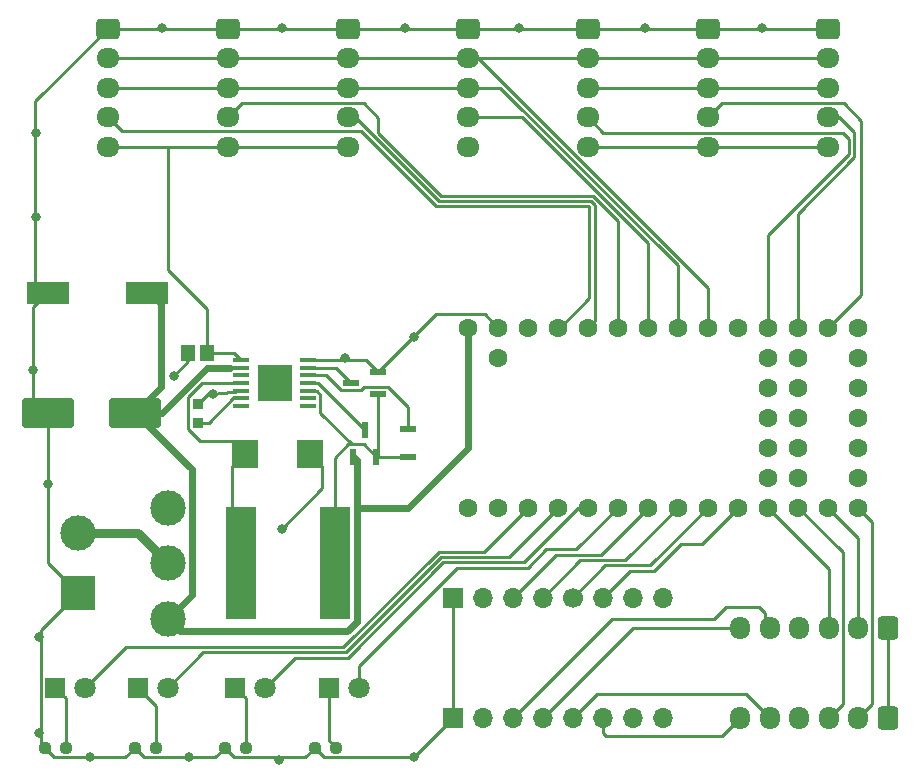
<source format=gbr>
%TF.GenerationSoftware,KiCad,Pcbnew,7.0.8*%
%TF.CreationDate,2024-03-05T19:06:49-05:00*%
%TF.ProjectId,UpdatedPCB2024,55706461-7465-4645-9043-42323032342e,rev?*%
%TF.SameCoordinates,Original*%
%TF.FileFunction,Copper,L1,Top*%
%TF.FilePolarity,Positive*%
%FSLAX46Y46*%
G04 Gerber Fmt 4.6, Leading zero omitted, Abs format (unit mm)*
G04 Created by KiCad (PCBNEW 7.0.8) date 2024-03-05 19:06:49*
%MOMM*%
%LPD*%
G01*
G04 APERTURE LIST*
G04 Aperture macros list*
%AMRoundRect*
0 Rectangle with rounded corners*
0 $1 Rounding radius*
0 $2 $3 $4 $5 $6 $7 $8 $9 X,Y pos of 4 corners*
0 Add a 4 corners polygon primitive as box body*
4,1,4,$2,$3,$4,$5,$6,$7,$8,$9,$2,$3,0*
0 Add four circle primitives for the rounded corners*
1,1,$1+$1,$2,$3*
1,1,$1+$1,$4,$5*
1,1,$1+$1,$6,$7*
1,1,$1+$1,$8,$9*
0 Add four rect primitives between the rounded corners*
20,1,$1+$1,$2,$3,$4,$5,0*
20,1,$1+$1,$4,$5,$6,$7,0*
20,1,$1+$1,$6,$7,$8,$9,0*
20,1,$1+$1,$8,$9,$2,$3,0*%
G04 Aperture macros list end*
%TA.AperFunction,ComponentPad*%
%ADD10O,1.700000X1.950000*%
%TD*%
%TA.AperFunction,ComponentPad*%
%ADD11RoundRect,0.250000X0.600000X0.725000X-0.600000X0.725000X-0.600000X-0.725000X0.600000X-0.725000X0*%
%TD*%
%TA.AperFunction,ComponentPad*%
%ADD12RoundRect,0.250000X-0.725000X0.600000X-0.725000X-0.600000X0.725000X-0.600000X0.725000X0.600000X0*%
%TD*%
%TA.AperFunction,ComponentPad*%
%ADD13O,1.950000X1.700000*%
%TD*%
%TA.AperFunction,ComponentPad*%
%ADD14R,1.800000X1.800000*%
%TD*%
%TA.AperFunction,ComponentPad*%
%ADD15C,1.800000*%
%TD*%
%TA.AperFunction,SMDPad,CuDef*%
%ADD16R,1.422400X0.558800*%
%TD*%
%TA.AperFunction,SMDPad,CuDef*%
%ADD17R,0.965200X0.863600*%
%TD*%
%TA.AperFunction,SMDPad,CuDef*%
%ADD18R,2.540000X9.530000*%
%TD*%
%TA.AperFunction,SMDPad,CuDef*%
%ADD19R,3.657600X1.905000*%
%TD*%
%TA.AperFunction,SMDPad,CuDef*%
%ADD20RoundRect,0.237500X-0.250000X-0.237500X0.250000X-0.237500X0.250000X0.237500X-0.250000X0.237500X0*%
%TD*%
%TA.AperFunction,ComponentPad*%
%ADD21C,3.000000*%
%TD*%
%TA.AperFunction,SMDPad,CuDef*%
%ADD22RoundRect,0.250000X1.950000X1.000000X-1.950000X1.000000X-1.950000X-1.000000X1.950000X-1.000000X0*%
%TD*%
%TA.AperFunction,SMDPad,CuDef*%
%ADD23R,1.305598X1.449997*%
%TD*%
%TA.AperFunction,SMDPad,CuDef*%
%ADD24R,0.558800X1.422400*%
%TD*%
%TA.AperFunction,ComponentPad*%
%ADD25R,3.000000X3.000000*%
%TD*%
%TA.AperFunction,ComponentPad*%
%ADD26C,1.600000*%
%TD*%
%TA.AperFunction,SMDPad,CuDef*%
%ADD27R,1.447800X0.558800*%
%TD*%
%TA.AperFunction,SMDPad,CuDef*%
%ADD28R,2.260600X2.489200*%
%TD*%
%TA.AperFunction,ComponentPad*%
%ADD29R,1.700000X1.700000*%
%TD*%
%TA.AperFunction,ComponentPad*%
%ADD30O,1.700000X1.700000*%
%TD*%
%TA.AperFunction,ComponentPad*%
%ADD31C,1.700000*%
%TD*%
%TA.AperFunction,SMDPad,CuDef*%
%ADD32R,1.422400X0.355600*%
%TD*%
%TA.AperFunction,SMDPad,CuDef*%
%ADD33R,2.997200X3.098800*%
%TD*%
%TA.AperFunction,ViaPad*%
%ADD34C,0.500000*%
%TD*%
%TA.AperFunction,ViaPad*%
%ADD35C,0.800000*%
%TD*%
%TA.AperFunction,Conductor*%
%ADD36C,0.600000*%
%TD*%
%TA.AperFunction,Conductor*%
%ADD37C,0.250000*%
%TD*%
%TA.AperFunction,Conductor*%
%ADD38C,0.750000*%
%TD*%
G04 APERTURE END LIST*
D10*
%TO.P,J8,6,Pin_6*%
%TO.N,/AOUT1*%
X147520000Y-132080000D03*
%TO.P,J8,5,Pin_5*%
%TO.N,/AOUT2*%
X150020000Y-132080000D03*
%TO.P,J8,4,Pin_4*%
%TO.N,+3V3*%
X152520000Y-132080000D03*
%TO.P,J8,3,Pin_3*%
%TO.N,/AEQ1*%
X155020000Y-132080000D03*
%TO.P,J8,2,Pin_2*%
%TO.N,/AEQ2*%
X157520000Y-132080000D03*
D11*
%TO.P,J8,1,Pin_1*%
%TO.N,GND*%
X160020000Y-132080000D03*
%TD*%
D12*
%TO.P,J2,1,Pin_1*%
%TO.N,GND*%
X93980000Y-73740000D03*
D13*
%TO.P,J2,2,Pin_2*%
%TO.N,/SDA0*%
X93980000Y-76240000D03*
%TO.P,J2,3,Pin_3*%
%TO.N,/SCL0*%
X93980000Y-78740000D03*
%TO.P,J2,4,Pin_4*%
%TO.N,/LCS2*%
X93980000Y-81240000D03*
%TO.P,J2,5,Pin_5*%
%TO.N,+3V3*%
X93980000Y-83740000D03*
%TD*%
D14*
%TO.P,D3,1,K*%
%TO.N,Net-(D3-K)*%
X104771000Y-129540000D03*
D15*
%TO.P,D3,2,A*%
%TO.N,/LED2*%
X107311000Y-129540000D03*
%TD*%
D16*
%TO.P,Q2,1,D*%
%TO.N,Net-(Q1-S)*%
X116858000Y-104710001D03*
%TO.P,Q2,2,S*%
%TO.N,GND*%
X116858000Y-102809999D03*
%TO.P,Q2,3,G*%
%TO.N,Net-(Q2-G)*%
X114572000Y-103760000D03*
%TD*%
D17*
%TO.P,C2,1*%
%TO.N,Net-(U3-SS)*%
X101600000Y-107100100D03*
%TO.P,C2,2*%
%TO.N,GND*%
X101600000Y-105499900D03*
%TD*%
D18*
%TO.P,L1,1,1*%
%TO.N,Net-(U3-FB)*%
X105265000Y-119000000D03*
%TO.P,L1,2,2*%
%TO.N,Net-(Q1-S)*%
X113175000Y-119000000D03*
%TD*%
D19*
%TO.P,C1,1*%
%TO.N,+BATT*%
X97256600Y-96140000D03*
%TO.P,C1,2*%
%TO.N,GND*%
X88900000Y-96140000D03*
%TD*%
D12*
%TO.P,J1,1,Pin_1*%
%TO.N,GND*%
X124460000Y-73740000D03*
D13*
%TO.P,J1,2,Pin_2*%
%TO.N,/SDA0*%
X124460000Y-76240000D03*
%TO.P,J1,3,Pin_3*%
%TO.N,/SCL0*%
X124460000Y-78740000D03*
%TO.P,J1,4,Pin_4*%
%TO.N,/LCS1*%
X124460000Y-81240000D03*
%TO.P,J1,5,Pin_5*%
%TO.N,+3V3*%
X124460000Y-83740000D03*
%TD*%
D20*
%TO.P,R2,1*%
%TO.N,GND*%
X96238500Y-134620000D03*
%TO.P,R2,2*%
%TO.N,Net-(D2-K)*%
X98063500Y-134620000D03*
%TD*%
D14*
%TO.P,D1,1,K*%
%TO.N,Net-(D1-K)*%
X89531000Y-129540000D03*
D15*
%TO.P,D1,2,A*%
%TO.N,/LED0*%
X92071000Y-129540000D03*
%TD*%
D21*
%TO.P,SW1,1,A*%
%TO.N,unconnected-(SW1-A-Pad1)*%
X99060000Y-114300000D03*
%TO.P,SW1,2,B*%
%TO.N,Net-(J10-Pin_2)*%
X99060000Y-119000000D03*
%TO.P,SW1,3,C*%
%TO.N,+BATT*%
X99060000Y-123700000D03*
%TD*%
D22*
%TO.P,C5,1*%
%TO.N,+BATT*%
X96300000Y-106300000D03*
%TO.P,C5,2*%
%TO.N,GND*%
X88900000Y-106300000D03*
%TD*%
D23*
%TO.P,C4,1*%
%TO.N,+3V3*%
X102402799Y-101220000D03*
%TO.P,C4,2*%
%TO.N,GND*%
X100797201Y-101220000D03*
%TD*%
D20*
%TO.P,R1,1*%
%TO.N,GND*%
X88618500Y-134620000D03*
%TO.P,R1,2*%
%TO.N,Net-(D1-K)*%
X90443500Y-134620000D03*
%TD*%
D24*
%TO.P,Q1,1,D*%
%TO.N,+BATT*%
X114764999Y-109983000D03*
%TO.P,Q1,2,S*%
%TO.N,Net-(Q1-S)*%
X116665001Y-109983000D03*
%TO.P,Q1,3,G*%
%TO.N,Net-(Q1-G)*%
X115715000Y-107697000D03*
%TD*%
D25*
%TO.P,J10,1,Pin_1*%
%TO.N,GND*%
X91440000Y-121540000D03*
D21*
%TO.P,J10,2,Pin_2*%
%TO.N,Net-(J10-Pin_2)*%
X91440000Y-116460000D03*
%TD*%
D26*
%TO.P,U1,Vin,Vin*%
%TO.N,+BATT*%
X124460000Y-99060000D03*
%TO.P,U1,VBat,VBat*%
%TO.N,unconnected-(U1-PadVBat)*%
X157480000Y-111760000D03*
%TO.P,U1,Prg,Prg*%
%TO.N,unconnected-(U1-PadPrg)*%
X157480000Y-104140000D03*
%TO.P,U1,On/Off,On/Off*%
%TO.N,unconnected-(U1-PadOn{slash}Off)*%
X157480000Y-101600000D03*
%TO.P,U1,G3,GND*%
%TO.N,GND*%
X127000000Y-99060000D03*
%TO.P,U1,G2,GND*%
%TO.N,unconnected-(U1-GND-PadG2)*%
X157480000Y-106680000D03*
%TO.P,U1,G1,GND*%
%TO.N,GND*%
X124460000Y-114300000D03*
%TO.P,U1,34*%
%TO.N,N/C*%
X127000000Y-101600000D03*
%TO.P,U1,33*%
X149860000Y-101600000D03*
%TO.P,U1,32*%
X152400000Y-101600000D03*
%TO.P,U1,31*%
X149860000Y-104140000D03*
%TO.P,U1,30*%
X152400000Y-104140000D03*
%TO.P,U1,29*%
X149860000Y-106680000D03*
%TO.P,U1,28*%
X152400000Y-106680000D03*
%TO.P,U1,27*%
X149860000Y-109220000D03*
%TO.P,U1,26*%
X152400000Y-109220000D03*
%TO.P,U1,25*%
X149860000Y-111760000D03*
%TO.P,U1,24*%
X152400000Y-111760000D03*
%TO.P,U1,23,IO23*%
%TO.N,/LCS2*%
X132080000Y-99060000D03*
%TO.P,U1,22,IO22*%
%TO.N,/LCS4*%
X134620000Y-99060000D03*
%TO.P,U1,21,IO21*%
%TO.N,/LCS3*%
X137160000Y-99060000D03*
%TO.P,U1,20,IO20*%
%TO.N,/LCS1*%
X139700000Y-99060000D03*
%TO.P,U1,19,IO19*%
%TO.N,/SCL0*%
X142240000Y-99060000D03*
%TO.P,U1,18,IO18*%
%TO.N,/SDA0*%
X144780000Y-99060000D03*
%TO.P,U1,17,IO17*%
%TO.N,unconnected-(U1-IO17-Pad17)*%
X147320000Y-99060000D03*
%TO.P,U1,16,IO16*%
%TO.N,/LCS5*%
X149860000Y-99060000D03*
%TO.P,U1,15,IO15*%
%TO.N,/LCS7*%
X152400000Y-99060000D03*
%TO.P,U1,14,IO14*%
%TO.N,/LCS6*%
X154940000Y-99060000D03*
%TO.P,U1,13,IO13*%
%TO.N,unconnected-(U1-IO13-Pad13)*%
X157480000Y-99060000D03*
%TO.P,U1,12,IO12*%
%TO.N,/AEQ2*%
X157480000Y-114300000D03*
%TO.P,U1,11,IO11*%
%TO.N,/BEQ2*%
X154940000Y-114300000D03*
%TO.P,U1,10,IO10*%
%TO.N,/AEQ1*%
X152400000Y-114300000D03*
%TO.P,U1,9,IO9*%
%TO.N,/BEQ1*%
X149860000Y-114300000D03*
%TO.P,U1,8,IO8*%
%TO.N,/AIN1*%
X147320000Y-114300000D03*
%TO.P,U1,7,IO7*%
%TO.N,/AIN2*%
X144780000Y-114300000D03*
%TO.P,U1,6,IO6*%
%TO.N,/BIN2*%
X142240000Y-114300000D03*
%TO.P,U1,5,IO5*%
%TO.N,/BIN1*%
X139700000Y-114300000D03*
%TO.P,U1,4,IO4*%
%TO.N,/LED3*%
X137160000Y-114300000D03*
%TO.P,U1,3V*%
%TO.N,N/C*%
X129540000Y-99060000D03*
%TO.P,U1,3.3V,3.3V*%
%TO.N,unconnected-(U1-Pad3.3V)*%
X157480000Y-109220000D03*
%TO.P,U1,3,IO3*%
%TO.N,/LED2*%
X134620000Y-114300000D03*
%TO.P,U1,2,IO2*%
%TO.N,/LED1*%
X132080000Y-114300000D03*
%TO.P,U1,1,IO1*%
%TO.N,/LED0*%
X129540000Y-114300000D03*
%TO.P,U1,0,IO0*%
%TO.N,unconnected-(U1-IO0-Pad0)*%
X127000000Y-114300000D03*
%TD*%
D12*
%TO.P,J7,1,Pin_1*%
%TO.N,GND*%
X154940000Y-73740000D03*
D13*
%TO.P,J7,2,Pin_2*%
%TO.N,/SDA0*%
X154940000Y-76240000D03*
%TO.P,J7,3,Pin_3*%
%TO.N,/SCL0*%
X154940000Y-78740000D03*
%TO.P,J7,4,Pin_4*%
%TO.N,/LCS7*%
X154940000Y-81240000D03*
%TO.P,J7,5,Pin_5*%
%TO.N,+3V3*%
X154940000Y-83740000D03*
%TD*%
D27*
%TO.P,C3,1*%
%TO.N,Net-(U3-BST)*%
X119380000Y-107658900D03*
%TO.P,C3,2*%
%TO.N,Net-(Q1-S)*%
X119380000Y-110021100D03*
%TD*%
D12*
%TO.P,J6,1,Pin_1*%
%TO.N,GND*%
X144780000Y-73740000D03*
D13*
%TO.P,J6,2,Pin_2*%
%TO.N,/SDA0*%
X144780000Y-76240000D03*
%TO.P,J6,3,Pin_3*%
%TO.N,/SCL0*%
X144780000Y-78740000D03*
%TO.P,J6,4,Pin_4*%
%TO.N,/LCS6*%
X144780000Y-81240000D03*
%TO.P,J6,5,Pin_5*%
%TO.N,+3V3*%
X144780000Y-83740000D03*
%TD*%
D12*
%TO.P,J3,1,Pin_1*%
%TO.N,GND*%
X104140000Y-73740000D03*
D13*
%TO.P,J3,2,Pin_2*%
%TO.N,/SDA0*%
X104140000Y-76240000D03*
%TO.P,J3,3,Pin_3*%
%TO.N,/SCL0*%
X104140000Y-78740000D03*
%TO.P,J3,4,Pin_4*%
%TO.N,/LCS3*%
X104140000Y-81240000D03*
%TO.P,J3,5,Pin_5*%
%TO.N,+3V3*%
X104140000Y-83740000D03*
%TD*%
D10*
%TO.P,J9,6,Pin_6*%
%TO.N,/BOUT2*%
X147520000Y-124460000D03*
%TO.P,J9,5,Pin_5*%
%TO.N,/BOUT1*%
X150020000Y-124460000D03*
%TO.P,J9,4,Pin_4*%
%TO.N,+3V3*%
X152520000Y-124460000D03*
%TO.P,J9,3,Pin_3*%
%TO.N,/BEQ1*%
X155020000Y-124460000D03*
%TO.P,J9,2,Pin_2*%
%TO.N,/BEQ2*%
X157520000Y-124460000D03*
D11*
%TO.P,J9,1,Pin_1*%
%TO.N,GND*%
X160020000Y-124460000D03*
%TD*%
D28*
%TO.P,C6,1*%
%TO.N,Net-(U3-FB)*%
X105555000Y-109728000D03*
%TO.P,C6,2*%
%TO.N,GND*%
X111092200Y-109728000D03*
%TD*%
D14*
%TO.P,D2,1,K*%
%TO.N,Net-(D2-K)*%
X96520000Y-129540000D03*
D15*
%TO.P,D2,2,A*%
%TO.N,/LED1*%
X99060000Y-129540000D03*
%TD*%
D20*
%TO.P,R4,1*%
%TO.N,GND*%
X111478500Y-134620000D03*
%TO.P,R4,2*%
%TO.N,Net-(D4-K)*%
X113303500Y-134620000D03*
%TD*%
D29*
%TO.P,U2,16,GND1*%
%TO.N,GND*%
X123190000Y-121920000D03*
D30*
%TO.P,U2,15,VMM*%
%TO.N,unconnected-(U2-VMM-Pad15)*%
X125730000Y-121920000D03*
%TO.P,U2,14,BIN1*%
%TO.N,/BIN1*%
X128270000Y-121920000D03*
%TO.P,U2,13,BIN2*%
%TO.N,/BIN2*%
X130810000Y-121920000D03*
D31*
%TO.P,U2,12,AIN2*%
%TO.N,/AIN2*%
X133350000Y-121920000D03*
D30*
%TO.P,U2,11,AIN1*%
%TO.N,/AIN1*%
X135890000Y-121920000D03*
%TO.P,U2,10,~{SLP}*%
%TO.N,unconnected-(U2-~{SLP}-Pad10)*%
X138430000Y-121920000D03*
%TO.P,U2,9,~{FLT}*%
%TO.N,unconnected-(U2-~{FLT}-Pad9)*%
X140970000Y-121920000D03*
%TO.P,U2,8,BISEN*%
%TO.N,unconnected-(U2-BISEN-Pad8)*%
X140970000Y-132080000D03*
%TO.P,U2,7,AISEN*%
%TO.N,unconnected-(U2-AISEN-Pad7)*%
X138430000Y-132080000D03*
%TO.P,U2,6,AOUT1*%
%TO.N,/AOUT1*%
X135890000Y-132080000D03*
%TO.P,U2,5,AOUT2*%
%TO.N,/AOUT2*%
X133350000Y-132080000D03*
%TO.P,U2,4,BOUT2*%
%TO.N,/BOUT2*%
X130810000Y-132080000D03*
%TO.P,U2,3,BOUT1*%
%TO.N,/BOUT1*%
X128270000Y-132080000D03*
%TO.P,U2,2,VIN*%
%TO.N,+BATT*%
X125730000Y-132080000D03*
D29*
%TO.P,U2,1,GND0*%
%TO.N,GND*%
X123190000Y-132080000D03*
%TD*%
D20*
%TO.P,R3,1*%
%TO.N,GND*%
X103858500Y-134620000D03*
%TO.P,R3,2*%
%TO.N,Net-(D3-K)*%
X105683500Y-134620000D03*
%TD*%
D14*
%TO.P,D4,1,K*%
%TO.N,Net-(D4-K)*%
X112663000Y-129540000D03*
D15*
%TO.P,D4,2,A*%
%TO.N,/LED3*%
X115203000Y-129540000D03*
%TD*%
D12*
%TO.P,J4,1,Pin_1*%
%TO.N,GND*%
X114300000Y-73740000D03*
D13*
%TO.P,J4,2,Pin_2*%
%TO.N,/SDA0*%
X114300000Y-76240000D03*
%TO.P,J4,3,Pin_3*%
%TO.N,/SCL0*%
X114300000Y-78740000D03*
%TO.P,J4,4,Pin_4*%
%TO.N,/LCS4*%
X114300000Y-81240000D03*
%TO.P,J4,5,Pin_5*%
%TO.N,+3V3*%
X114300000Y-83740000D03*
%TD*%
D12*
%TO.P,J5,1,Pin_1*%
%TO.N,GND*%
X134620000Y-73740000D03*
D13*
%TO.P,J5,2,Pin_2*%
%TO.N,/SDA0*%
X134620000Y-76240000D03*
%TO.P,J5,3,Pin_3*%
%TO.N,/SCL0*%
X134620000Y-78740000D03*
%TO.P,J5,4,Pin_4*%
%TO.N,/LCS5*%
X134620000Y-81240000D03*
%TO.P,J5,5,Pin_5*%
%TO.N,+3V3*%
X134620000Y-83740000D03*
%TD*%
D32*
%TO.P,U3,1,VCC*%
%TO.N,+3V3*%
X105250200Y-101809999D03*
%TO.P,U3,2,VIN*%
%TO.N,+BATT*%
X105250200Y-102460000D03*
%TO.P,U3,3,EN*%
%TO.N,unconnected-(U3-EN-Pad3)*%
X105250200Y-103110001D03*
%TO.P,U3,4,FB*%
%TO.N,Net-(U3-FB)*%
X105250200Y-103760000D03*
%TO.P,U3,5,SGND*%
%TO.N,GND*%
X105250200Y-104409999D03*
%TO.P,U3,6,SS*%
%TO.N,Net-(U3-SS)*%
X105250200Y-105060000D03*
%TO.P,U3,7*%
%TO.N,N/C*%
X105250200Y-105709999D03*
%TO.P,U3,8*%
X110939800Y-105710001D03*
%TO.P,U3,9*%
X110939800Y-105060000D03*
%TO.P,U3,10,SW*%
%TO.N,Net-(Q1-S)*%
X110939800Y-104410001D03*
%TO.P,U3,11,HG*%
%TO.N,Net-(Q1-G)*%
X110939800Y-103760000D03*
%TO.P,U3,12,BST*%
%TO.N,Net-(U3-BST)*%
X110939800Y-103110001D03*
%TO.P,U3,13,LG*%
%TO.N,Net-(Q2-G)*%
X110939800Y-102460000D03*
%TO.P,U3,14,PGND*%
%TO.N,GND*%
X110939800Y-101810001D03*
D33*
%TO.P,U3,15*%
%TO.N,N/C*%
X108095000Y-103760000D03*
%TD*%
D34*
%TO.N,+BATT*%
X119380000Y-114300000D03*
D35*
%TO.N,GND*%
X108712000Y-116078000D03*
X88900000Y-112268000D03*
X88138000Y-125222000D03*
X88138000Y-133350000D03*
X92456000Y-135382000D03*
X100838000Y-135382000D03*
X108458000Y-135636000D03*
X119888000Y-135382000D03*
X87630000Y-102616000D03*
X87884000Y-89662000D03*
X87884000Y-82550000D03*
X102870000Y-104648000D03*
X99568000Y-103124000D03*
X114046000Y-101600000D03*
X149352000Y-73660000D03*
X139446000Y-73660000D03*
X128778000Y-73660000D03*
X119126000Y-73660000D03*
X98552000Y-73660000D03*
X108712000Y-73660000D03*
X119888000Y-99822000D03*
%TD*%
D36*
%TO.N,+BATT*%
X97604664Y-96140000D02*
X97256600Y-96140000D01*
X98483700Y-104116300D02*
X98483700Y-97019036D01*
X98483700Y-97019036D02*
X97604664Y-96140000D01*
X96300000Y-106300000D02*
X98483700Y-104116300D01*
X102381997Y-102460000D02*
X104304093Y-102460000D01*
X98541997Y-106300000D02*
X102381997Y-102460000D01*
X96300000Y-106300000D02*
X98541997Y-106300000D01*
X101060000Y-111060000D02*
X96300000Y-106300000D01*
X101060000Y-121700000D02*
X101060000Y-111060000D01*
X99060000Y-123700000D02*
X101060000Y-121700000D01*
X115044399Y-114300000D02*
X115044399Y-110262400D01*
X115044399Y-110262400D02*
X114764999Y-109983000D01*
X124460000Y-109220000D02*
X124460000Y-99060000D01*
X119380000Y-114300000D02*
X124460000Y-109220000D01*
X119380000Y-114300000D02*
X115044399Y-114300000D01*
X115044399Y-123969601D02*
X115044399Y-114300000D01*
X114256059Y-124757941D02*
X115044399Y-123969601D01*
X100117941Y-124757941D02*
X114256059Y-124757941D01*
X99060000Y-123700000D02*
X100117941Y-124757941D01*
D37*
%TO.N,GND*%
X112144300Y-110780100D02*
X112144300Y-112645700D01*
X112144300Y-112645700D02*
X108712000Y-116078000D01*
X111092200Y-109728000D02*
X112144300Y-110780100D01*
%TO.N,Net-(U3-FB)*%
X104502900Y-110780100D02*
X104502900Y-118237900D01*
X105555000Y-109728000D02*
X104502900Y-110780100D01*
X104502900Y-118237900D02*
X105265000Y-119000000D01*
X101965880Y-103760000D02*
X105250200Y-103760000D01*
X100792400Y-104933480D02*
X101965880Y-103760000D01*
X101801780Y-108675900D02*
X100792400Y-107666520D01*
X104502900Y-108675900D02*
X101801780Y-108675900D01*
X105555000Y-109728000D02*
X104502900Y-108675900D01*
X100792400Y-107666520D02*
X100792400Y-104933480D01*
%TO.N,/LCS6*%
X157734000Y-96266000D02*
X154940000Y-99060000D01*
X157734000Y-81534000D02*
X157734000Y-96266000D01*
X156265000Y-80065000D02*
X157734000Y-81534000D01*
X145955000Y-80065000D02*
X156265000Y-80065000D01*
X144780000Y-81240000D02*
X145955000Y-80065000D01*
%TO.N,/LCS7*%
X152400000Y-89408000D02*
X152400000Y-99060000D01*
X157168000Y-84640000D02*
X152400000Y-89408000D01*
X157168000Y-82496742D02*
X157168000Y-84640000D01*
X155911258Y-81240000D02*
X157168000Y-82496742D01*
X154940000Y-81240000D02*
X155911258Y-81240000D01*
%TO.N,/LCS5*%
X149860000Y-91186000D02*
X149860000Y-99060000D01*
X156718000Y-84328000D02*
X149860000Y-91186000D01*
X156718000Y-83058000D02*
X156718000Y-84328000D01*
X156210000Y-82550000D02*
X156718000Y-83058000D01*
X135930000Y-82550000D02*
X156210000Y-82550000D01*
X134620000Y-81240000D02*
X135930000Y-82550000D01*
%TO.N,/BOUT1*%
X149098000Y-122682000D02*
X146304000Y-122682000D01*
X145288000Y-123698000D02*
X136652000Y-123698000D01*
X149606000Y-124046000D02*
X149606000Y-123190000D01*
X150020000Y-124460000D02*
X149606000Y-124046000D01*
X149606000Y-123190000D02*
X149098000Y-122682000D01*
X146304000Y-122682000D02*
X145288000Y-123698000D01*
X136652000Y-123698000D02*
X128270000Y-132080000D01*
%TO.N,/AOUT2*%
X147988000Y-130048000D02*
X150020000Y-132080000D01*
X135382000Y-130048000D02*
X147988000Y-130048000D01*
X133350000Y-132080000D02*
X135382000Y-130048000D01*
%TO.N,GND*%
X88900000Y-112268000D02*
X88900000Y-119000000D01*
X88306000Y-125054000D02*
X88306000Y-124674000D01*
X88138000Y-125222000D02*
X88306000Y-125054000D01*
X88306000Y-125390000D02*
X88138000Y-125222000D01*
X88306000Y-133182000D02*
X88306000Y-125390000D01*
X88138000Y-133350000D02*
X88306000Y-133182000D01*
X88306000Y-133518000D02*
X88138000Y-133350000D01*
X92494000Y-135420000D02*
X95438500Y-135420000D01*
X92456000Y-135382000D02*
X92494000Y-135420000D01*
X92418000Y-135420000D02*
X92456000Y-135382000D01*
X100876000Y-135420000D02*
X103058500Y-135420000D01*
X100838000Y-135382000D02*
X100876000Y-135420000D01*
X100800000Y-135420000D02*
X100838000Y-135382000D01*
X108674000Y-135420000D02*
X110678500Y-135420000D01*
X108458000Y-135636000D02*
X108674000Y-135420000D01*
X108242000Y-135420000D02*
X108458000Y-135636000D01*
X119888000Y-135382000D02*
X119850000Y-135420000D01*
%TO.N,/AOUT1*%
X145996000Y-133604000D02*
X147520000Y-132080000D01*
X135890000Y-133350000D02*
X136144000Y-133604000D01*
X135890000Y-132080000D02*
X135890000Y-133350000D01*
X136144000Y-133604000D02*
X145996000Y-133604000D01*
%TO.N,/AIN1*%
X138166396Y-119643604D02*
X135890000Y-121920000D01*
X140198396Y-119643604D02*
X138166396Y-119643604D01*
X144272000Y-117348000D02*
X142494000Y-117348000D01*
X142494000Y-117348000D02*
X140198396Y-119643604D01*
X147320000Y-114300000D02*
X144272000Y-117348000D01*
%TO.N,/AIN2*%
X136076396Y-119193604D02*
X133350000Y-121920000D01*
X139886396Y-119193604D02*
X136076396Y-119193604D01*
X144780000Y-114300000D02*
X139886396Y-119193604D01*
%TO.N,/BIN2*%
X133986396Y-118743604D02*
X130810000Y-121920000D01*
X137796396Y-118743604D02*
X133986396Y-118743604D01*
X142240000Y-114300000D02*
X137796396Y-118743604D01*
%TO.N,GND*%
X87650000Y-102596000D02*
X87650000Y-97289422D01*
X87630000Y-102616000D02*
X87650000Y-102596000D01*
X87650000Y-102636000D02*
X87630000Y-102616000D01*
X87847900Y-89698100D02*
X87847900Y-95188478D01*
X87884000Y-89662000D02*
X87847900Y-89698100D01*
X87847900Y-89625900D02*
X87884000Y-89662000D01*
X87847900Y-82586100D02*
X87847900Y-89625900D01*
X87884000Y-82550000D02*
X87847900Y-82586100D01*
X87847900Y-82513900D02*
X87884000Y-82550000D01*
X102870000Y-104648000D02*
X102689901Y-104409999D01*
X100797201Y-101894799D02*
X99568000Y-103124000D01*
X100797201Y-101220000D02*
X100797201Y-101894799D01*
X113835999Y-101810001D02*
X110939800Y-101810001D01*
X114046000Y-101600000D02*
X113835999Y-101810001D01*
X114256001Y-101810001D02*
X114046000Y-101600000D01*
X149432000Y-73740000D02*
X154940000Y-73740000D01*
X149352000Y-73660000D02*
X149432000Y-73740000D01*
X149272000Y-73740000D02*
X149352000Y-73660000D01*
X139526000Y-73740000D02*
X144700000Y-73740000D01*
X139446000Y-73660000D02*
X139526000Y-73740000D01*
X139366000Y-73740000D02*
X139446000Y-73660000D01*
X128858000Y-73740000D02*
X134620000Y-73740000D01*
X128778000Y-73660000D02*
X128858000Y-73740000D01*
X128698000Y-73740000D02*
X128778000Y-73660000D01*
X119206000Y-73740000D02*
X124460000Y-73740000D01*
X119126000Y-73660000D02*
X119206000Y-73740000D01*
X119046000Y-73740000D02*
X119126000Y-73660000D01*
X98632000Y-73740000D02*
X104140000Y-73740000D01*
X98552000Y-73660000D02*
X98632000Y-73740000D01*
X98472000Y-73740000D02*
X98552000Y-73660000D01*
X108792000Y-73740000D02*
X114300000Y-73740000D01*
X108712000Y-73660000D02*
X108792000Y-73740000D01*
X108632000Y-73740000D02*
X108712000Y-73660000D01*
X119888000Y-99779999D02*
X121732999Y-97935000D01*
X119888000Y-99822000D02*
X119888000Y-99779999D01*
X119845999Y-99822000D02*
X119888000Y-99822000D01*
%TO.N,+3V3*%
X102402799Y-97499576D02*
X99060000Y-94156777D01*
X102402799Y-101220000D02*
X102402799Y-97499576D01*
X99060000Y-94156777D02*
X99060000Y-83740000D01*
%TO.N,GND*%
X123190000Y-121920000D02*
X123190000Y-132080000D01*
X87847900Y-95188478D02*
X88799422Y-96140000D01*
X88799422Y-96140000D02*
X88900000Y-96140000D01*
X93980000Y-73740000D02*
X87847900Y-79872100D01*
X87847900Y-79872100D02*
X87847900Y-82513900D01*
X125875000Y-97935000D02*
X127000000Y-99060000D01*
X121732999Y-97935000D02*
X125875000Y-97935000D01*
X116858000Y-102809999D02*
X119845999Y-99822000D01*
%TO.N,Net-(Q1-S)*%
X114350979Y-108946800D02*
X115628801Y-108946800D01*
X113175000Y-110122779D02*
X114350979Y-108946800D01*
X113175000Y-119000000D02*
X113175000Y-110122779D01*
%TO.N,GND*%
X115858002Y-101810001D02*
X114256001Y-101810001D01*
X116858000Y-102809999D02*
X115858002Y-101810001D01*
%TO.N,Net-(U3-BST)*%
X112471781Y-103110001D02*
X110939800Y-103110001D01*
X115417820Y-104364400D02*
X113726180Y-104364400D01*
X115676619Y-104105601D02*
X115417820Y-104364400D01*
X113726180Y-104364400D02*
X112471781Y-103110001D01*
X119380000Y-105781781D02*
X117703820Y-104105601D01*
X117703820Y-104105601D02*
X115676619Y-104105601D01*
X119380000Y-107658900D02*
X119380000Y-105781781D01*
%TO.N,Net-(Q2-G)*%
X113272000Y-102460000D02*
X110939800Y-102460000D01*
X114572000Y-103760000D02*
X113272000Y-102460000D01*
%TO.N,Net-(Q1-S)*%
X116858000Y-109790001D02*
X116665001Y-109983000D01*
X116858000Y-104710001D02*
X116858000Y-109790001D01*
X116665001Y-109983000D02*
X119341900Y-109983000D01*
X119341900Y-109983000D02*
X119380000Y-110021100D01*
X114620900Y-108946800D02*
X115628801Y-108946800D01*
X111976000Y-104735001D02*
X111976000Y-106301900D01*
X115628801Y-108946800D02*
X116665001Y-109983000D01*
X111651000Y-104410001D02*
X111976000Y-104735001D01*
X110939800Y-104410001D02*
X111651000Y-104410001D01*
X111976000Y-106301900D02*
X114620900Y-108946800D01*
%TO.N,Net-(Q1-G)*%
X111778000Y-103760000D02*
X110939800Y-103760000D01*
X115715000Y-107697000D02*
X111778000Y-103760000D01*
%TO.N,GND*%
X102689901Y-104409999D02*
X101600000Y-105499900D01*
X105250200Y-104409999D02*
X102870000Y-104648000D01*
%TO.N,Net-(U3-SS)*%
X104539000Y-105060000D02*
X105250200Y-105060000D01*
X102498900Y-107100100D02*
X104539000Y-105060000D01*
X101600000Y-107100100D02*
X102498900Y-107100100D01*
%TO.N,GND*%
X88900000Y-106300000D02*
X88900000Y-112268000D01*
X88900000Y-119000000D02*
X91440000Y-121540000D01*
X87650000Y-97289422D02*
X88799422Y-96140000D01*
X87650000Y-105050000D02*
X87650000Y-102636000D01*
X88900000Y-106300000D02*
X87650000Y-105050000D01*
D38*
%TO.N,Net-(J10-Pin_2)*%
X96520000Y-116460000D02*
X99060000Y-119000000D01*
X91440000Y-116460000D02*
X96520000Y-116460000D01*
D37*
%TO.N,GND*%
X88306000Y-124674000D02*
X91440000Y-121540000D01*
X88306000Y-134307500D02*
X88306000Y-133518000D01*
X88618500Y-134620000D02*
X88306000Y-134307500D01*
%TO.N,/LED0*%
X95511000Y-126100000D02*
X92071000Y-129540000D01*
X121997208Y-118030000D02*
X113927208Y-126100000D01*
X113927208Y-126100000D02*
X95511000Y-126100000D01*
X125810000Y-118030000D02*
X121997208Y-118030000D01*
X129540000Y-114300000D02*
X125810000Y-118030000D01*
%TO.N,/LED1*%
X102050000Y-126550000D02*
X99060000Y-129540000D01*
X122183604Y-118480000D02*
X114113604Y-126550000D01*
X114113604Y-126550000D02*
X102050000Y-126550000D01*
X127900000Y-118480000D02*
X122183604Y-118480000D01*
X132080000Y-114300000D02*
X127900000Y-118480000D01*
%TO.N,/LED2*%
X114300000Y-127000000D02*
X109851000Y-127000000D01*
X122370000Y-118930000D02*
X114300000Y-127000000D01*
X129190000Y-118930000D02*
X122370000Y-118930000D01*
X133820000Y-114300000D02*
X129190000Y-118930000D01*
X109851000Y-127000000D02*
X107311000Y-129540000D01*
X134620000Y-114300000D02*
X133820000Y-114300000D01*
%TO.N,/LED3*%
X115203000Y-127747380D02*
X115203000Y-129540000D01*
X129540000Y-119380000D02*
X123570380Y-119380000D01*
X131076396Y-117843604D02*
X129540000Y-119380000D01*
X123570380Y-119380000D02*
X115203000Y-127747380D01*
X133616396Y-117843604D02*
X131076396Y-117843604D01*
X137160000Y-114300000D02*
X133616396Y-117843604D01*
%TO.N,/BIN1*%
X131896396Y-118293604D02*
X128270000Y-121920000D01*
X135706396Y-118293604D02*
X131896396Y-118293604D01*
X139700000Y-114300000D02*
X135706396Y-118293604D01*
%TO.N,/SCL0*%
X142240000Y-93797639D02*
X142240000Y-99060000D01*
X127182361Y-78740000D02*
X142240000Y-93797639D01*
X124460000Y-78740000D02*
X127182361Y-78740000D01*
%TO.N,GND*%
X110678500Y-135420000D02*
X111478500Y-134620000D01*
X104658500Y-135420000D02*
X108242000Y-135420000D01*
X103858500Y-134620000D02*
X104658500Y-135420000D01*
X103058500Y-135420000D02*
X103858500Y-134620000D01*
X96238500Y-134620000D02*
X97038500Y-135420000D01*
X97038500Y-135420000D02*
X100800000Y-135420000D01*
X89418500Y-135420000D02*
X92418000Y-135420000D01*
X88618500Y-134620000D02*
X89418500Y-135420000D01*
X95438500Y-135420000D02*
X96238500Y-134620000D01*
%TO.N,Net-(D1-K)*%
X90443500Y-130452500D02*
X89531000Y-129540000D01*
X90443500Y-134620000D02*
X90443500Y-130452500D01*
%TO.N,Net-(D2-K)*%
X98063500Y-131083500D02*
X96520000Y-129540000D01*
X98063500Y-134620000D02*
X98063500Y-131083500D01*
%TO.N,Net-(D3-K)*%
X105683500Y-130452500D02*
X104771000Y-129540000D01*
X105683500Y-134620000D02*
X105683500Y-130452500D01*
%TO.N,GND*%
X112278500Y-135420000D02*
X111478500Y-134620000D01*
X119850000Y-135420000D02*
X112278500Y-135420000D01*
X123190000Y-132080000D02*
X119888000Y-135382000D01*
%TO.N,Net-(D4-K)*%
X112663000Y-129540000D02*
X112663000Y-133979500D01*
X112663000Y-133979500D02*
X113303500Y-134620000D01*
%TO.N,/BOUT2*%
X138430000Y-124460000D02*
X147520000Y-124460000D01*
X130810000Y-132080000D02*
X138430000Y-124460000D01*
%TO.N,GND*%
X160020000Y-124460000D02*
X160020000Y-132080000D01*
%TO.N,/AEQ2*%
X158695000Y-130905000D02*
X158695000Y-115515000D01*
X158695000Y-115515000D02*
X157480000Y-114300000D01*
X157520000Y-132080000D02*
X158695000Y-130905000D01*
%TO.N,/AEQ1*%
X156195000Y-118095000D02*
X152400000Y-114300000D01*
X156195000Y-130905000D02*
X156195000Y-118095000D01*
X155020000Y-132080000D02*
X156195000Y-130905000D01*
%TO.N,/BEQ1*%
X155020000Y-119460000D02*
X149860000Y-114300000D01*
X155020000Y-124460000D02*
X155020000Y-119460000D01*
%TO.N,/BEQ2*%
X157520000Y-116880000D02*
X154940000Y-114300000D01*
X157520000Y-124460000D02*
X157520000Y-116880000D01*
%TO.N,+3V3*%
X99060000Y-83740000D02*
X104140000Y-83740000D01*
X93980000Y-83740000D02*
X99060000Y-83740000D01*
X104140000Y-83740000D02*
X114300000Y-83740000D01*
X104660201Y-101220000D02*
X105250200Y-101809999D01*
X102402799Y-101220000D02*
X104660201Y-101220000D01*
%TO.N,/SDA0*%
X144780000Y-95701243D02*
X125318757Y-76240000D01*
X125318757Y-76240000D02*
X124460000Y-76240000D01*
X144780000Y-99060000D02*
X144780000Y-95701243D01*
%TO.N,/LCS1*%
X139700000Y-91894035D02*
X139700000Y-99060000D01*
X129045965Y-81240000D02*
X139700000Y-91894035D01*
X124460000Y-81240000D02*
X129045965Y-81240000D01*
%TO.N,/LCS3*%
X137160000Y-89990431D02*
X137160000Y-99060000D01*
X116840000Y-82547208D02*
X122167792Y-87875000D01*
X116840000Y-81280000D02*
X116840000Y-82547208D01*
X115625000Y-80065000D02*
X116840000Y-81280000D01*
X105315000Y-80065000D02*
X115625000Y-80065000D01*
X135044569Y-87875000D02*
X137160000Y-89990431D01*
X104140000Y-81240000D02*
X105315000Y-80065000D01*
X122167792Y-87875000D02*
X135044569Y-87875000D01*
%TO.N,/LCS4*%
X135195000Y-98485000D02*
X134620000Y-99060000D01*
X135195000Y-88661827D02*
X135195000Y-98485000D01*
X134858173Y-88325000D02*
X135195000Y-88661827D01*
X121981396Y-88325000D02*
X134858173Y-88325000D01*
X114896396Y-81240000D02*
X121981396Y-88325000D01*
X114300000Y-81240000D02*
X114896396Y-81240000D01*
%TO.N,/LCS2*%
X132256777Y-99060000D02*
X132080000Y-99060000D01*
X134745000Y-96571777D02*
X132256777Y-99060000D01*
X134745000Y-88848223D02*
X134745000Y-96571777D01*
X134671777Y-88775000D02*
X134745000Y-88848223D01*
X121795000Y-88775000D02*
X134671777Y-88775000D01*
X115435000Y-82415000D02*
X121795000Y-88775000D01*
X95155000Y-82415000D02*
X115435000Y-82415000D01*
X93980000Y-81240000D02*
X95155000Y-82415000D01*
%TO.N,/SCL0*%
X144780000Y-78740000D02*
X154940000Y-78740000D01*
X134620000Y-78740000D02*
X144780000Y-78740000D01*
%TO.N,+3V3*%
X144780000Y-83740000D02*
X154940000Y-83740000D01*
X134620000Y-83740000D02*
X144780000Y-83740000D01*
%TO.N,/SDA0*%
X144780000Y-76240000D02*
X154940000Y-76240000D01*
X134620000Y-76240000D02*
X144780000Y-76240000D01*
X124460000Y-76240000D02*
X134620000Y-76240000D01*
%TO.N,/SCL0*%
X114300000Y-78740000D02*
X124460000Y-78740000D01*
X104140000Y-78740000D02*
X114300000Y-78740000D01*
X93980000Y-78740000D02*
X104140000Y-78740000D01*
%TO.N,/SDA0*%
X114300000Y-76240000D02*
X124460000Y-76240000D01*
X104140000Y-76240000D02*
X114300000Y-76240000D01*
X93980000Y-76240000D02*
X104140000Y-76240000D01*
%TO.N,GND*%
X144860000Y-73740000D02*
X149272000Y-73740000D01*
X144780000Y-73660000D02*
X144860000Y-73740000D01*
X144700000Y-73740000D02*
X144780000Y-73660000D01*
X134620000Y-73740000D02*
X139366000Y-73740000D01*
X124460000Y-73740000D02*
X128698000Y-73740000D01*
X114300000Y-73740000D02*
X119046000Y-73740000D01*
X104140000Y-73740000D02*
X108632000Y-73740000D01*
X93980000Y-73740000D02*
X98472000Y-73740000D01*
%TD*%
M02*

</source>
